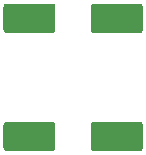
<source format=gbr>
%TF.GenerationSoftware,KiCad,Pcbnew,(5.1.10)-1*%
%TF.CreationDate,2022-11-30T22:02:34+08:00*%
%TF.ProjectId,motor_control,6d6f746f-725f-4636-9f6e-74726f6c2e6b,rev?*%
%TF.SameCoordinates,Original*%
%TF.FileFunction,Paste,Bot*%
%TF.FilePolarity,Positive*%
%FSLAX46Y46*%
G04 Gerber Fmt 4.6, Leading zero omitted, Abs format (unit mm)*
G04 Created by KiCad (PCBNEW (5.1.10)-1) date 2022-11-30 22:02:34*
%MOMM*%
%LPD*%
G01*
G04 APERTURE LIST*
G04 APERTURE END LIST*
%TO.C,C15*%
G36*
G01*
X71000000Y60500000D02*
X71000000Y58500000D01*
G75*
G02*
X70750000Y58250000I-250000J0D01*
G01*
X66850000Y58250000D01*
G75*
G02*
X66600000Y58500000I0J250000D01*
G01*
X66600000Y60500000D01*
G75*
G02*
X66850000Y60750000I250000J0D01*
G01*
X70750000Y60750000D01*
G75*
G02*
X71000000Y60500000I0J-250000D01*
G01*
G37*
G36*
G01*
X78400000Y60500000D02*
X78400000Y58500000D01*
G75*
G02*
X78150000Y58250000I-250000J0D01*
G01*
X74250000Y58250000D01*
G75*
G02*
X74000000Y58500000I0J250000D01*
G01*
X74000000Y60500000D01*
G75*
G02*
X74250000Y60750000I250000J0D01*
G01*
X78150000Y60750000D01*
G75*
G02*
X78400000Y60500000I0J-250000D01*
G01*
G37*
%TD*%
%TO.C,C13*%
G36*
G01*
X71000000Y70500000D02*
X71000000Y68500000D01*
G75*
G02*
X70750000Y68250000I-250000J0D01*
G01*
X66850000Y68250000D01*
G75*
G02*
X66600000Y68500000I0J250000D01*
G01*
X66600000Y70500000D01*
G75*
G02*
X66850000Y70750000I250000J0D01*
G01*
X70750000Y70750000D01*
G75*
G02*
X71000000Y70500000I0J-250000D01*
G01*
G37*
G36*
G01*
X78400000Y70500000D02*
X78400000Y68500000D01*
G75*
G02*
X78150000Y68250000I-250000J0D01*
G01*
X74250000Y68250000D01*
G75*
G02*
X74000000Y68500000I0J250000D01*
G01*
X74000000Y70500000D01*
G75*
G02*
X74250000Y70750000I250000J0D01*
G01*
X78150000Y70750000D01*
G75*
G02*
X78400000Y70500000I0J-250000D01*
G01*
G37*
%TD*%
M02*

</source>
